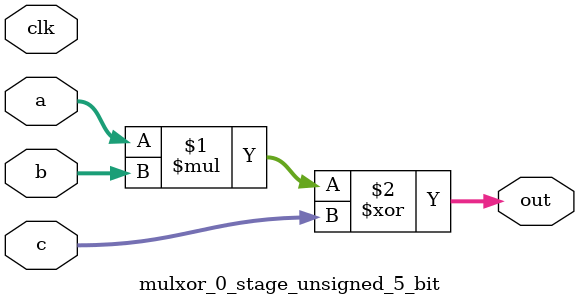
<source format=sv>
(* use_dsp = "yes" *) module mulxor_0_stage_unsigned_5_bit(
	input  [4:0] a,
	input  [4:0] b,
	input  [4:0] c,
	output [4:0] out,
	input clk);

	assign out = (a * b) ^ c;
endmodule

</source>
